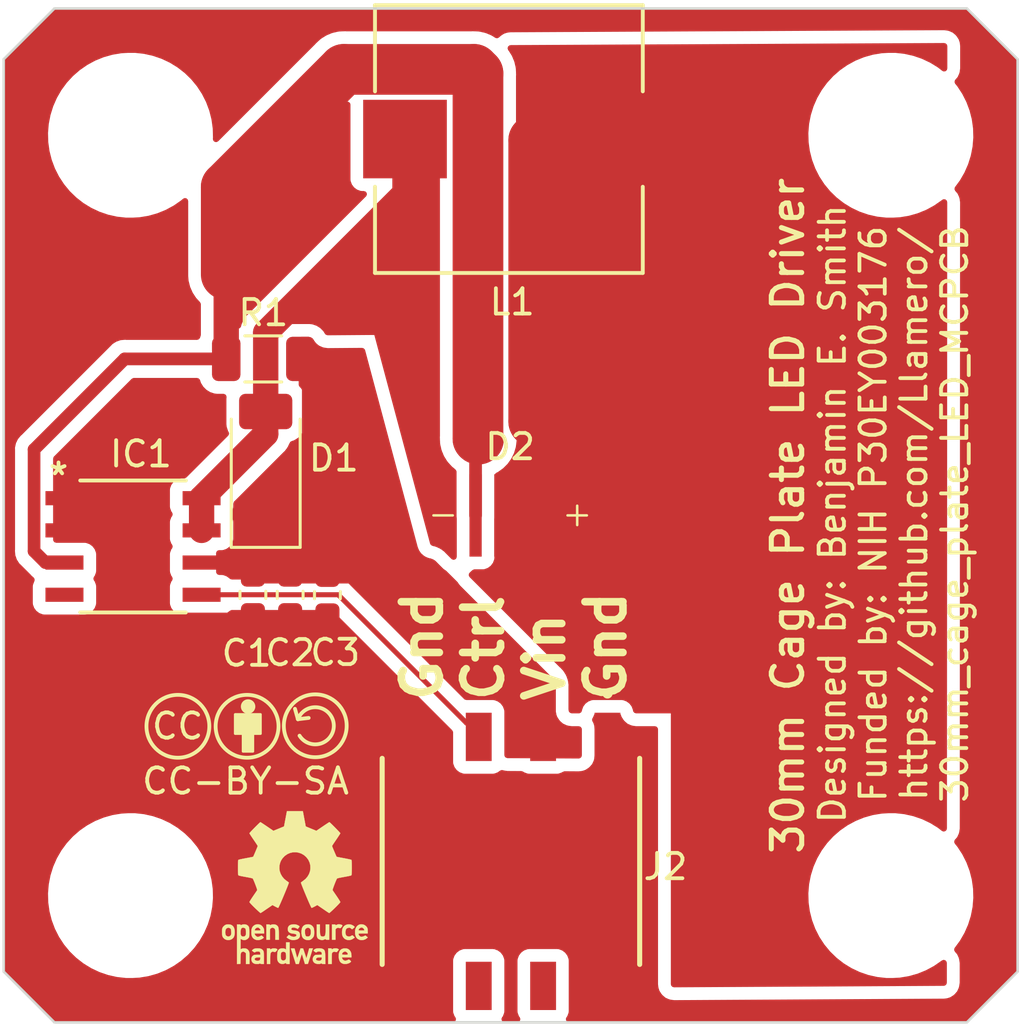
<source format=kicad_pcb>
(kicad_pcb (version 20221018) (generator pcbnew)
  (layers (0 "F.Cu" signal) (31 "B.Cu" signal) (34 "B.Paste" user) (35 "F.Paste" user) (36 "B.SilkS" user "B.Silkscreen") (37 "F.SilkS" user "F.Silkscreen") (38 "B.Mask" user) (39 "F.Mask" user) (44 "Edge.Cuts" user))
  (net 0 "")
  (net 1 "GND")
  (net 2 "/Vin")
  (net 3 "Net-(D1-A)")
  (net 4 "Net-(D2-A)")
  (net 6 "/PWM")
  (net 7 "Net-(D2-K)")
  (footprint "Resistor_SMD:R_1206_3216Metric" (layer "F.Cu") (at 110.24 73.82495)
    (fp_text reference "R1" (at 0 -1.82) (layer "F.SilkS"))
    (fp_text value "0.05")
    (fp_line (start -0.727064 -0.91) (end 0.727064 -0.91) (stroke (width 0.12)) (layer "F.SilkS"))
    (fp_line (start -0.727064 0.91) (end 0.727064 0.91) (stroke (width 0.12)) (layer "F.SilkS"))
    (pad "1" smd roundrect (at -1.4625 0) (size 1.125 1.75) (layers "F.Cu" "F.Paste" "F.Mask") (roundrect_rratio 0.222222) (net 4 "Net-(D2-A)"))
    (pad "2" smd roundrect (at 1.4625 0) (size 1.125 1.75) (layers "F.Cu" "F.Paste" "F.Mask") (roundrect_rratio 0.222222) (net 2 "/Vin"))
  )
  (footprint "Custom:6MM NPTH" (layer "F.Cu") (at 135 95)
    (fp_text reference "H4" (at 0 -0.5 unlocked) (layer "F.SilkS") (effects (font (thickness 0.1))))
    (fp_text value "MountingHole")
    (pad "" np_thru_hole circle (at 0 0) (size 6 6) (drill 6) (layers "F&B.Cu" "*.Mask"))
  )
  (footprint "Custom:SAMTEC_SSM-104-L-SH" (layer "F.Cu") (at 120.01 93.65 180)
    (fp_text reference "J2" (at -6.1 -0.21) (layer "F.SilkS"))
    (fp_text value "Conn_01x04")
    (fp_line (start -5.08 4.065) (end -5.08 -4.065) (stroke (width 0.2)) (layer "F.SilkS"))
    (fp_line (start 5.08 4.065) (end 5.08 -4.065) (stroke (width 0.2)) (layer "F.SilkS"))
    (fp_circle (center -3.81 6.625) (end -3.71 6.625) (stroke (width 0.2)) (fill none) (layer "F.SilkS"))
    (pad "1" smd rect (at -3.81 -4.9125 180) (size 1.02 1.905) (layers "F.Cu" "F.Paste" "F.Mask") (net 1 "GND"))
    (pad "1" smd rect (at -3.81 4.9125 180) (size 1.02 1.905) (layers "F.Cu" "F.Paste" "F.Mask") (net 1 "GND"))
    (pad "2" smd rect (at -1.27 -4.9125 180) (size 1.02 1.905) (layers "F.Cu" "F.Paste" "F.Mask") (net 2 "/Vin"))
    (pad "2" smd rect (at -1.27 4.9125 180) (size 1.02 1.905) (layers "F.Cu" "F.Paste" "F.Mask") (net 2 "/Vin"))
    (pad "3" smd rect (at 1.27 -4.9125 180) (size 1.02 1.905) (layers "F.Cu" "F.Paste" "F.Mask") (net 6 "/PWM"))
    (pad "3" smd rect (at 1.27 4.9125 180) (size 1.02 1.905) (layers "F.Cu" "F.Paste" "F.Mask") (net 6 "/PWM"))
    (pad "4" smd rect (at 3.81 -4.9125 180) (size 1.02 1.905) (layers "F.Cu" "F.Paste" "F.Mask") (net 1 "GND"))
    (pad "4" smd rect (at 3.81 4.9125 180) (size 1.02 1.905) (layers "F.Cu" "F.Paste" "F.Mask") (net 1 "GND"))
  )
  (footprint "Capacitor_SMD:C_0603_1608Metric" (layer "F.Cu") (at 111.3 83.135 90)
    (fp_text reference "C2" (at -2.285 0) (layer "F.SilkS"))
    (fp_text value "10μF")
    (fp_line (start -0.14058 -0.51) (end 0.14058 -0.51) (stroke (width 0.12)) (layer "F.SilkS"))
    (fp_line (start -0.14058 0.51) (end 0.14058 0.51) (stroke (width 0.12)) (layer "F.SilkS"))
    (pad "1" smd roundrect (at -0.775 0 90) (size 0.9 0.95) (layers "F.Cu" "F.Paste" "F.Mask") (net 1 "GND"))
    (pad "2" smd roundrect (at 0.775 0 90) (size 0.9 0.95) (layers "F.Cu" "F.Paste" "F.Mask") (net 2 "/Vin"))
  )
  (footprint "Capacitor_SMD:C_0603_1608Metric" (layer "F.Cu") (at 112.77 83.145 90)
    (fp_text reference "C3" (at -2.265 0.31) (layer "F.SilkS"))
    (fp_text value "10μF")
    (fp_line (start -0.14058 -0.51) (end 0.14058 -0.51) (stroke (width 0.12)) (layer "F.SilkS"))
    (fp_line (start -0.14058 0.51) (end 0.14058 0.51) (stroke (width 0.12)) (layer "F.SilkS"))
    (pad "1" smd roundrect (at -0.775 0 90) (size 0.9 0.95) (layers "F.Cu" "F.Paste" "F.Mask") (net 1 "GND"))
    (pad "2" smd roundrect (at 0.775 0 90) (size 0.9 0.95) (layers "F.Cu" "F.Paste" "F.Mask") (net 2 "/Vin"))
  )
  (footprint "Custom:CC-BY-SA Symbol" (layer "F.Cu") (at 109.73 88.07)
    (fp_text reference "REF**" hide)
    (fp_text value "CC-BY-SA Symbol" hide)
    (fp_text user "CC" (at -3.97 0.83 unlocked) (layer "F.SilkS") (effects (justify left bottom)))
    (fp_text user "CC-BY-SA" (at -4.36 3 unlocked) (layer "F.SilkS") (effects (justify left bottom)))
    (fp_line (start 1.76 -0.44) (end 1.875151 -0.02977) (stroke (width 0.15)) (layer "F.SilkS"))
    (fp_line (start 1.875151 -0.02977) (end 1.76 -0.44) (stroke (width 0.1)) (layer "F.SilkS"))
    (fp_line (start 1.875151 -0.02977) (end 2.3 -0.08) (stroke (width 0.15)) (layer "F.SilkS"))
    (fp_rect (start -0.6 -0.22) (end 0.4 0.54) (stroke (width 0.1)) (fill solid) (layer "F.SilkS"))
    (fp_rect (start -0.29 -0.18) (end 0.1 1.24) (stroke (width 0.1)) (fill solid) (layer "F.SilkS"))
    (fp_arc (start 1.875151 -0.02977) (mid 3.28884 0.157258) (end 1.940001 0.62) (stroke (width 0.15)) (layer "F.SilkS"))
    (fp_circle (center -2.86 0.25) (end -1.62 0.25) (stroke (width 0.15)) (fill none) (layer "F.SilkS"))
    (fp_circle (center -0.13 0.25) (end 1.11 0.25) (stroke (width 0.15)) (fill none) (layer "F.SilkS"))
    (fp_circle (center -0.09 -0.53) (end 0.145372 -0.53) (stroke (width 0.1)) (fill solid) (layer "F.SilkS"))
    (fp_circle (center 2.56 0.23) (end 3.8 0.23) (stroke (width 0.15)) (fill none) (layer "F.SilkS"))
  )
  (footprint "Custom:LED_SST-20-DR" (layer "F.Cu") (at 120 80 180)
    (fp_text reference "D2" (at 0.02 2.71 unlocked) (layer "F.SilkS"))
    (fp_text value "LED" hide)
    (fp_text user "-" (at 1.98 0.51 180 unlocked) (layer "F.SilkS") (effects (font (thickness 0.1)) (justify left bottom)))
    (fp_text user "+" (at -3.31 0.51 180 unlocked) (layer "F.SilkS") (effects (font (thickness 0.1)) (justify left bottom)))
    (pad "1" smd rect (at -1.3843 0 180) (size 0.4826 3.2512) (layers "F.Cu" "F.Paste" "F.Mask") (net 7 "Net-(D2-K)"))
    (pad "1" smd rect (at 0 0 180) (size 1.2954 3.2512) (layers "F.Cu" "F.Paste" "F.Mask") (net 7 "Net-(D2-K)"))
    (pad "2" smd rect (at 1.3843 0 180) (size 0.4826 3.2512) (layers "F.Cu" "F.Paste" "F.Mask") (net 4 "Net-(D2-A)"))
  )
  (footprint "Custom:6MM NPTH" (layer "F.Cu") (at 105 65)
    (fp_text reference "H1" (at 0 -0.5 unlocked) (layer "F.SilkS") (effects (font (thickness 0.1))))
    (fp_text value "MountingHole")
    (pad "" np_thru_hole circle (at 0 0) (size 6 6) (drill 6) (layers "F&B.Cu" "*.Mask"))
  )
  (footprint "Custom:SO-8EP_3P9X4P95_DIO" (layer "F.Cu") (at 105.1 81.22505)
    (fp_text reference "IC1" (at 0.31 -3.65 unlocked) (layer "F.SilkS"))
    (fp_text value "AL8843QSP-13" hide)
    (fp_text user "*" (at -2.94 -2.77) (layer "F.SilkS"))
    (fp_line (start -2.0828 2.6035) (end 2.0828 2.6035) (stroke (width 0.1524)) (layer "F.SilkS"))
    (fp_line (start 2.0828 -2.6035) (end -2.0828 -2.6035) (stroke (width 0.1524)) (layer "F.SilkS"))
    (pad "1" smd rect (at -2.7051 -1.905) (size 1.4986 0.5588) (layers "F.Cu" "F.Paste" "F.Mask") (net 1 "GND"))
    (pad "2" smd rect (at -2.7051 -0.635) (size 1.4986 0.5588) (layers "F.Cu" "F.Paste" "F.Mask") (net 1 "GND"))
    (pad "3" smd rect (at -2.7051 0.635) (size 1.4986 0.5588) (layers "F.Cu" "F.Paste" "F.Mask") (net 4 "Net-(D2-A)"))
    (pad "4" smd rect (at -2.7051 1.905) (size 1.4986 0.5588) (layers "F.Cu" "F.Paste" "F.Mask"))
    (pad "5" smd rect (at 2.7051 1.905) (size 1.4986 0.5588) (layers "F.Cu" "F.Paste" "F.Mask") (net 6 "/PWM"))
    (pad "6" smd rect (at 2.7051 0.635) (size 1.4986 0.5588) (layers "F.Cu" "F.Paste" "F.Mask") (net 2 "/Vin"))
    (pad "7" smd rect (at 2.7051 -0.635) (size 1.4986 0.5588) (layers "F.Cu" "F.Paste" "F.Mask") (net 3 "Net-(D1-A)"))
    (pad "8" smd rect (at 2.7051 -1.905) (size 1.4986 0.5588) (layers "F.Cu" "F.Paste" "F.Mask") (net 3 "Net-(D1-A)"))
    (pad "EPAD" smd rect (at 0 0) (size 2.413 3.0734) (layers "F.Cu" "F.Mask") (net 1 "GND"))
  )
  (footprint "Symbol:OSHW-Logo_5.7x6mm_SilkScreen" (layer "F.Cu") (at 111.48 94.68)
    (fp_text reference "REF**" hide)
    (fp_text value "OSHW-Logo_5.7x6mm_SilkScreen" hide)
    (fp_poly (pts (xy 1.79946 1.45803) (xy 1.842711 1.471245) (xy 1.870558 1.487941) (xy 1.879629 1.501145) (xy 1.877132 1.516797) (xy 1.860931 1.541385) (xy 1.847232 1.5588) (xy 1.818992 1.590283) (xy 1.797775 1.603529) (xy 1.779688 1.602664) (xy 1.726035 1.58901) (xy 1.68663 1.58963) (xy 1.654632 1.605104) (xy 1.64389 1.614161) (xy 1.609505 1.646027) (xy 1.609505 2.062179) (xy 1.471188 2.062179) (xy 1.471188 1.458614) (xy 1.540347 1.458614) (xy 1.581869 1.460256) (xy 1.603291 1.466087) (xy 1.609502 1.477461) (xy 1.609505 1.477798) (xy 1.612439 1.489713) (xy 1.625704 1.488159) (xy 1.644084 1.479563) (xy 1.682046 1.463568) (xy 1.712872 1.453945) (xy 1.752536 1.451478) (xy 1.79946 1.45803)) (stroke (width 0.01)) (fill solid) (layer "F.SilkS"))
    (fp_poly (pts (xy 1.635255 2.401486) (xy 1.683595 2.411015) (xy 1.711114 2.425125) (xy 1.740064 2.448568) (xy 1.698876 2.500571) (xy 1.673482 2.532064) (xy 1.656238 2.547428) (xy 1.639102 2.549776) (xy 1.614027 2.542217) (xy 1.602257 2.537941) (xy 1.55427 2.531631) (xy 1.510324 2.545156) (xy 1.47806 2.57571) (xy 1.472819 2.585452) (xy 1.467112 2.611258) (xy 1.462706 2.658817) (xy 1.459811 2.724758) (xy 1.458631 2.80571) (xy 1.458614 2.817226) (xy 1.458614 3.017822) (xy 1.320297 3.017822) (xy 1.320297 2.401683) (xy 1.389456 2.401683) (xy 1.429333 2.402725) (xy 1.450107 2.407358) (xy 1.457789 2.417849) (xy 1.458614 2.427745) (xy 1.458614 2.453806) (xy 1.491745 2.427745) (xy 1.529735 2.409965) (xy 1.58077 2.401174) (xy 1.635255 2.401486)) (stroke (width 0.01)) (fill solid) (layer "F.SilkS"))
    (fp_poly (pts (xy -0.993356 2.40302) (xy -0.974539 2.40866) (xy -0.968473 2.421053) (xy -0.968218 2.426647) (xy -0.967129 2.44223) (xy -0.959632 2.444676) (xy -0.939381 2.433993) (xy -0.927351 2.426694) (xy -0.8894 2.411063) (xy -0.844072 2.403334) (xy -0.796544 2.40274) (xy -0.751995 2.408513) (xy -0.715602 2.419884) (xy -0.692543 2.436088) (xy -0.687996 2.456355) (xy -0.690291 2.461843) (xy -0.70702 2.484626) (xy -0.732963 2.512647) (xy -0.737655 2.517177) (xy -0.762383 2.538005) (xy -0.783718 2.544735) (xy -0.813555 2.540038) (xy -0.825508 2.536917) (xy -0.862705 2.529421) (xy -0.888859 2.532792) (xy -0.910946 2.544681) (xy -0.931178 2.560635) (xy -0.946079 2.5807) (xy -0.956434 2.608702) (xy -0.963029 2.648467) (xy -0.966649 2.703823) (xy -0.968078 2.778594) (xy -0.968218 2.82374) (xy -0.968218 3.017822) (xy -1.09396 3.017822) (xy -1.09396 2.401683) (xy -1.031089 2.401683) (xy -0.993356 2.40302)) (stroke (width 0.01)) (fill solid) (layer "F.SilkS"))
    (fp_poly (pts (xy 0.993367 1.654342) (xy 0.994555 1.746563) (xy 0.998897 1.81661) (xy 1.007558 1.867381) (xy 1.021704 1.901772) (xy 1.0425 1.922679) (xy 1.07111 1.933) (xy 1.106535 1.935636) (xy 1.143636 1.932682) (xy 1.171818 1.921889) (xy 1.192243 1.90036) (xy 1.206079 1.865199) (xy 1.214491 1.81351) (xy 1.218643 1.742394) (xy 1.219703 1.654342) (xy 1.219703 1.458614) (xy 1.35802 1.458614) (xy 1.35802 2.062179) (xy 1.288862 2.062179) (xy 1.24717 2.060489) (xy 1.225701 2.054556) (xy 1.219703 2.043293) (xy 1.216091 2.033261) (xy 1.201714 2.035383) (xy 1.172736 2.04958) (xy 1.106319 2.07148) (xy 1.035875 2.069928) (xy 0.968377 2.046147) (xy 0.936233 2.027362) (xy 0.911715 2.007022) (xy 0.893804 1.981573) (xy 0.881479 1.947458) (xy 0.873723 1.901121) (xy 0.869516 1.839007) (xy 0.86784 1.757561) (xy 0.867624 1.694578) (xy 0.867624 1.458614) (xy 0.993367 1.458614) (xy 0.993367 1.654342)) (stroke (width 0.01)) (fill solid) (layer "F.SilkS"))
    (fp_poly (pts (xy -0.754012 1.469002) (xy -0.722717 1.48395) (xy -0.692409 1.505541) (xy -0.669318 1.530391) (xy -0.6525 1.562087) (xy -0.641006 1.604214) (xy -0.633891 1.660358) (xy -0.630207 1.734106) (xy -0.629008 1.829044) (xy -0.628989 1.838985) (xy -0.628713 2.062179) (xy -0.76703 2.062179) (xy -0.76703 1.856418) (xy -0.767128 1.780189) (xy -0.767809 1.724939) (xy -0.769651 1.686501) (xy -0.773233 1.660706) (xy -0.779132 1.643384) (xy -0.787927 1.630368) (xy -0.80018 1.617507) (xy -0.843047 1.589873) (xy -0.889843 1.584745) (xy -0.934424 1.602217) (xy -0.949928 1.615221) (xy -0.96131 1.627447) (xy -0.969481 1.64054) (xy -0.974974 1.658615) (xy -0.97832 1.685787) (xy -0.980051 1.72617) (xy -0.980697 1.783879) (xy -0.980792 1.854132) (xy -0.980792 2.062179) (xy -1.119109 2.062179) (xy -1.119109 1.458614) (xy -1.04995 1.458614) (xy -1.008428 1.460256) (xy -0.987006 1.466087) (xy -0.980795 1.477461) (xy -0.980792 1.477798) (xy -0.97791 1.488938) (xy -0.965199 1.487674) (xy -0.939926 1.475434) (xy -0.882605 1.457424) (xy -0.817037 1.455421) (xy -0.754012 1.469002)) (stroke (width 0.01)) (fill solid) (layer "F.SilkS"))
    (fp_poly (pts (xy 2.217226 1.46388) (xy 2.29008 1.49483) (xy 2.313027 1.509895) (xy 2.342354 1.533048) (xy 2.360764 1.551253) (xy 2.363961 1.557183) (xy 2.354935 1.57034) (xy 2.331837 1.592667) (xy 2.313344 1.60825) (xy 2.262728 1.648926) (xy 2.22276 1.615295) (xy 2.191874 1.593584) (xy 2.161759 1.58609) (xy 2.127292 1.58792) (xy 2.072561 1.601528) (xy 2.034886 1.629772) (xy 2.011991 1.675433) (xy 2.001597 1.741289) (xy 2.001595 1.741331) (xy 2.002494 1.814939) (xy 2.016463 1.868946) (xy 2.044328 1.905716) (xy 2.063325 1.918168) (xy 2.113776 1.933673) (xy 2.167663 1.933683) (xy 2.214546 1.918638) (xy 2.225644 1.911287) (xy 2.253476 1.892511) (xy 2.275236 1.889434) (xy 2.298704 1.903409) (xy 2.324649 1.92851) (xy 2.365716 1.97088) (xy 2.320121 2.008464) (xy 2.249674 2.050882) (xy 2.170233 2.071785) (xy 2.087215 2.070272) (xy 2.032694 2.056411) (xy 1.96897 2.022135) (xy 1.918005 1.968212) (xy 1.894851 1.930149) (xy 1.876099 1.875536) (xy 1.866715 1.806369) (xy 1.866643 1.731407) (xy 1.875824 1.659409) (xy 1.894199 1.599137) (xy 1.897093 1.592958) (xy 1.939952 1.532351) (xy 1.997979 1.488224) (xy 2.066591 1.461493) (xy 2.141201 1.453073) (xy 2.217226 1.46388)) (stroke (width 0.01)) (fill solid) (layer "F.SilkS"))
    (fp_poly (pts (xy 0.610762 1.466055) (xy 0.674363 1.500692) (xy 0.724123 1.555372) (xy 0.747568 1.599842) (xy 0.757634 1.639121) (xy 0.764156 1.695116) (xy 0.766951 1.759621) (xy 0.765836 1.824429) (xy 0.760626 1.881334) (xy 0.754541 1.911727) (xy 0.734014 1.953306) (xy 0.698463 1.997468) (xy 0.655619 2.036087) (xy 0.613211 2.061034) (xy 0.612177 2.06143) (xy 0.559553 2.072331) (xy 0.497188 2.072601) (xy 0.437924 2.062676) (xy 0.41504 2.054722) (xy 0.356102 2.0213) (xy 0.31389 1.977511) (xy 0.286156 1.919538) (xy 0.270651 1.843565) (xy 0.267143 1.803771) (xy 0.26759 1.753766) (xy 0.402376 1.753766) (xy 0.406917 1.826732) (xy 0.419986 1.882334) (xy 0.440756 1.917861) (xy 0.455552 1.92802) (xy 0.493464 1.935104) (xy 0.538527 1.933007) (xy 0.577487 1.922812) (xy 0.587704 1.917204) (xy 0.614659 1.884538) (xy 0.632451 1.834545) (xy 0.640024 1.773705) (xy 0.636325 1.708497) (xy 0.628057 1.669253) (xy 0.60432 1.623805) (xy 0.566849 1.595396) (xy 0.52172 1.585573) (xy 0.475011 1.595887) (xy 0.439132 1.621112) (xy 0.420277 1.641925) (xy 0.409272 1.662439) (xy 0.404026 1.690203) (xy 0.402449 1.732762) (xy 0.402376 1.753766) (xy 0.26759 1.753766) (xy 0.268094 1.69758) (xy 0.285388 1.610501) (xy 0.319029 1.54253) (xy 0.369018 1.493664) (xy 0.435356 1.463899) (xy 0.449601 1.460448) (xy 0.53521 1.452345) (xy 0.610762 1.466055)) (stroke (width 0.01)) (fill solid) (layer "F.SilkS"))
    (fp_poly (pts (xy 0.281524 2.404237) (xy 0.331255 2.407971) (xy 0.461291 2.797773) (xy 0.481678 2.728614) (xy 0.493946 2.685874) (xy 0.510085 2.628115) (xy 0.527512 2.564625) (xy 0.536726 2.53057) (xy 0.571388 2.401683) (xy 0.714391 2.401683) (xy 0.671646 2.536857) (xy 0.650596 2.603342) (xy 0.625167 2.683539) (xy 0.59861 2.767193) (xy 0.574902 2.841782) (xy 0.520902 3.011535) (xy 0.462598 3.015328) (xy 0.404295 3.019122) (xy 0.372679 2.914734) (xy 0.353182 2.849889) (xy 0.331904 2.7784) (xy 0.313308 2.715263) (xy 0.312574 2.71275) (xy 0.298684 2.669969) (xy 0.286429 2.640779) (xy 0.277846 2.629741) (xy 0.276082 2.631018) (xy 0.269891 2.64813) (xy 0.258128 2.684787) (xy 0.242225 2.736378) (xy 0.223614 2.798294) (xy 0.213543 2.832352) (xy 0.159007 3.017822) (xy 0.043264 3.017822) (xy -0.049263 2.725471) (xy -0.075256 2.643462) (xy -0.098934 2.568987) (xy -0.11918 2.505544) (xy -0.134874 2.456632) (xy -0.144898 2.425749) (xy -0.147945 2.416726) (xy -0.145533 2.407487) (xy -0.126592 2.403441) (xy -0.087177 2.403846) (xy -0.081007 2.404152) (xy -0.007914 2.407971) (xy 0.039957 2.58401) (xy 0.057553 2.648211) (xy 0.073277 2.704649) (xy 0.085746 2.748422) (xy 0.093574 2.77463) (xy 0.09502 2.778903) (xy 0.101014 2.77399) (xy 0.113101 2.748532) (xy 0.129893 2.705997) (xy 0.150003 2.64985) (xy 0.167003 2.59913) (xy 0.231794 2.400504) (xy 0.281524 2.404237)) (stroke (width 0.01)) (fill solid) (layer "F.SilkS"))
    (fp_poly (pts (xy -2.538261 1.465148) (xy -2.472479 1.494231) (xy -2.42254 1.542793) (xy -2.388374 1.610908) (xy -2.369907 1.698651) (xy -2.368583 1.712351) (xy -2.367546 1.808939) (xy -2.380993 1.893602) (xy -2.408108 1.962221) (xy -2.422627 1.984294) (xy -2.473201 2.031011) (xy -2.537609 2.061268) (xy -2.609666 2.073824) (xy -2.683185 2.067439) (xy -2.739072 2.047772) (xy -2.787132 2.014629) (xy -2.826412 1.971175) (xy -2.827092 1.970158) (xy -2.843044 1.943338) (xy -2.85341 1.916368) (xy -2.859688 1.882332) (xy -2.863373 1.83431) (xy -2.864997 1.794931) (xy -2.865672 1.759219) (xy -2.739955 1.759219) (xy -2.738726 1.79477) (xy -2.734266 1.842094) (xy -2.726397 1.872465) (xy -2.712207 1.894072) (xy -2.698917 1.906694) (xy -2.651802 1.933122) (xy -2.602505 1.936653) (xy -2.556593 1.917639) (xy -2.533638 1.896331) (xy -2.517096 1.874859) (xy -2.507421 1.854313) (xy -2.503174 1.827574) (xy -2.50292 1.787523) (xy -2.504228 1.750638) (xy -2.507043 1.697947) (xy -2.511505 1.663772) (xy -2.519548 1.64148) (xy -2.533103 1.624442) (xy -2.543845 1.614703) (xy -2.588777 1.589123) (xy -2.637249 1.587847) (xy -2.677894 1.602999) (xy -2.712567 1.634642) (xy -2.733224 1.68662) (xy -2.739955 1.759219) (xy -2.865672 1.759219) (xy -2.866479 1.716621) (xy -2.863948 1.658056) (xy -2.856362 1.614007) (xy -2.842681 1.579248) (xy -2.821865 1.548551) (xy -2.814147 1.539436) (xy -2.765889 1.494021) (xy -2.714128 1.467493) (xy -2.650828 1.456379) (xy -2.619961 1.455471) (xy -2.538261 1.465148)) (stroke (width 0.01)) (fill solid) (layer "F.SilkS"))
    (fp_poly (pts (xy -0.201188 3.017822) (xy -0.270346 3.017822) (xy -0.310488 3.016645) (xy -0.331394 3.011772) (xy -0.338922 3.001186) (xy -0.339505 2.994029) (xy -0.340774 2.979676) (xy -0.348779 2.976923) (xy -0.369815 2.985771) (xy -0.386173 2.994029) (xy -0.448977 3.013597) (xy -0.517248 3.014729) (xy -0.572752 3.000135) (xy -0.624438 2.964877) (xy -0.663838 2.912835) (xy -0.685413 2.85145) (xy -0.685962 2.848018) (xy -0.689167 2.810571) (xy -0.690761 2.756813) (xy -0.690633 2.716155) (xy -0.553279 2.716155) (xy -0.550097 2.770194) (xy -0.542859 2.814735) (xy -0.53306 2.839888) (xy -0.495989 2.87426) (xy -0.451974 2.886582) (xy -0.406584 2.876618) (xy -0.367797 2.846895) (xy -0.353108 2.826905) (xy -0.344519 2.80305) (xy -0.340496 2.76823) (xy -0.339505 2.71593) (xy -0.341278 2.664139) (xy -0.345963 2.618634) (xy -0.352603 2.588181) (xy -0.35371 2.585452) (xy -0.380491 2.553) (xy -0.419579 2.535183) (xy -0.463315 2.532306) (xy -0.504038 2.544674) (xy -0.534087 2.572593) (xy -0.537204 2.578148) (xy -0.546961 2.612022) (xy -0.552277 2.660728) (xy -0.553279 2.716155) (xy -0.690633 2.716155) (xy -0.690568 2.69554) (xy -0.689664 2.662563) (xy -0.683514 2.580981) (xy -0.670733 2.51973) (xy -0.649471 2.474449) (xy -0.617878 2.440779) (xy -0.587207 2.421014) (xy -0.544354 2.40712) (xy -0.491056 2.402354) (xy -0.43648 2.406236) (xy -0.389792 2.418282) (xy -0.365124 2.432693) (xy -0.339505 2.455878) (xy -0.339505 2.162773) (xy -0.201188 2.162773) (xy -0.201188 3.017822)) (stroke (width 0.01)) (fill solid) (layer "F.SilkS"))
    (fp_poly (pts (xy 2.677898 1.456457) (xy 2.710096 1.464279) (xy 2.771825 1.492921) (xy 2.82461 1.536667) (xy 2.861141 1.589117) (xy 2.86616 1.600893) (xy 2.873045 1.63174) (xy 2.877864 1.677371) (xy 2.879505 1.723492) (xy 2.879505 1.810693) (xy 2.697178 1.810693) (xy 2.621979 1.810978) (xy 2.569003 1.812704) (xy 2.535325 1.817181) (xy 2.51802 1.82572) (xy 2.514163 1.83963) (xy 2.520829 1.860222) (xy 2.53277 1.884315) (xy 2.56608 1.924525) (xy 2.612368 1.944558) (xy 2.668944 1.943905) (xy 2.733031 1.922101) (xy 2.788417 1.895193) (xy 2.834375 1.931532) (xy 2.880333 1.967872) (xy 2.837096 2.007819) (xy 2.779374 2.045563) (xy 2.708386 2.06832) (xy 2.632029 2.074688) (xy 2.558199 2.063268) (xy 2.546287 2.059393) (xy 2.481399 2.025506) (xy 2.43313 1.974986) (xy 2.400465 1.906325) (xy 2.382385 1.818014) (xy 2.382175 1.816121) (xy 2.380556 1.719878) (xy 2.3871 1.685542) (xy 2.514852 1.685542) (xy 2.526584 1.690822) (xy 2.558438 1.694867) (xy 2.605397 1.697176) (xy 2.635154 1.697525) (xy 2.690648 1.697306) (xy 2.725346 1.695916) (xy 2.743601 1.692251) (xy 2.749766 1.68521) (xy 2.748195 1.67369) (xy 2.746878 1.669233) (xy 2.724382 1.627355) (xy 2.689003 1.593604) (xy 2.65778 1.578773) (xy 2.616301 1.579668) (xy 2.574269 1.598164) (xy 2.539012 1.628786) (xy 2.517854 1.666062) (xy 2.514852 1.685542) (xy 2.3871 1.685542) (xy 2.39669 1.635229) (xy 2.428698 1.564191) (xy 2.474701 1.508779) (xy 2.532821 1.471009) (xy 2.60118 1.452896) (xy 2.677898 1.456457)) (stroke (width 0.01)) (fill solid) (layer "F.SilkS"))
    (fp_poly (pts (xy 0.014017 1.456452) (xy 0.061634 1.465482) (xy 0.111034 1.48437) (xy 0.116312 1.486777) (xy 0.153774 1.506476) (xy 0.179717 1.524781) (xy 0.188103 1.536508) (xy 0.180117 1.555632) (xy 0.16072 1.58385) (xy 0.15211 1.594384) (xy 0.116628 1.635847) (xy 0.070885 1.608858) (xy 0.02735 1.590878) (xy -0.02295 1.581267) (xy -0.071188 1.58066) (xy -0.108533 1.589691) (xy -0.117495 1.595327) (xy -0.134563 1.621171) (xy -0.136637 1.650941) (xy -0.123866 1.674197) (xy -0.116312 1.678708) (xy -0.093675 1.684309) (xy -0.053885 1.690892) (xy -0.004834 1.697183) (xy 0.004215 1.69817) (xy 0.082996 1.711798) (xy 0.140136 1.734946) (xy 0.17803 1.769752) (xy 0.199079 1.818354) (xy 0.205635 1.877718) (xy 0.196577 1.945198) (xy 0.167164 1.998188) (xy 0.117278 2.036783) (xy 0.0468 2.061081) (xy -0.031435 2.070667) (xy -0.095234 2.070552) (xy -0.146984 2.061845) (xy -0.182327 2.049825) (xy -0.226983 2.02888) (xy -0.268253 2.004574) (xy -0.282921 1.993876) (xy -0.320643 1.963084) (xy -0.275148 1.917049) (xy -0.229653 1.871013) (xy -0.177928 1.905243) (xy -0.126048 1.930952) (xy -0.070649 1.944399) (xy -0.017395 1.945818) (xy 0.028049 1.935443) (xy 0.060016 1.913507) (xy 0.070338 1.894998) (xy 0.068789 1.865314) (xy 0.04314 1.842615) (xy -0.00654 1.82694) (xy -0.060969 1.819695) (xy -0.144736 1.805873) (xy -0.206967 1.779796) (xy -0.248493 1.740699) (xy -0.270147 1.68782) (xy -0.273147 1.625126) (xy -0.258329 1.559642) (xy -0.224546 1.510144) (xy -0.171495 1.476408) (xy -0.098874 1.458207) (xy -0.045072 1.454639) (xy 0.014017 1.456452)) (stroke (width 0.01)) (fill solid) (layer "F.SilkS"))
    (fp_poly (pts (xy 2.032581 2.40497) (xy 2.092685 2.420597) (xy 2.143021 2.452848) (xy 2.167393 2.47694) (xy 2.207345 2.533895) (xy 2.230242 2.599965) (xy 2.238108 2.681182) (xy 2.238148 2.687748) (xy 2.238218 2.753763) (xy 1.858264 2.753763) (xy 1.866363 2.788342) (xy 1.880987 2.819659) (xy 1.906581 2.852291) (xy 1.911935 2.8575) (xy 1.957943 2.885694) (xy 2.01041 2.890475) (xy 2.070803 2.871926) (xy 2.08104 2.866931) (xy 2.112439 2.851745) (xy 2.13347 2.843094) (xy 2.137139 2.842293) (xy 2.149948 2.850063) (xy 2.174378 2.869072) (xy 2.186779 2.87946) (xy 2.212476 2.903321) (xy 2.220915 2.919077) (xy 2.215058 2.933571) (xy 2.211928 2.937534) (xy 2.190725 2.954879) (xy 2.155738 2.975959) (xy 2.131337 2.988265) (xy 2.062072 3.009946) (xy 1.985388 3.016971) (xy 1.912765 3.008647) (xy 1.892426 3.002686) (xy 1.829476 2.968952) (xy 1.782815 2.917045) (xy 1.752173 2.846459) (xy 1.737282 2.756692) (xy 1.735647 2.709753) (xy 1.740421 2.641413) (xy 1.86099 2.641413) (xy 1.872652 2.646465) (xy 1.903998 2.650429) (xy 1.949571 2.652768) (xy 1.980446 2.653169) (xy 2.035981 2.652783) (xy 2.071033 2.650975) (xy 2.090262 2.646773) (xy 2.09833 2.639203) (xy 2.099901 2.628218) (xy 2.089121 2.594381) (xy 2.06198 2.56094) (xy 2.026277 2.535272) (xy 1.99056 2.524772) (xy 1.942048 2.534086) (xy 1.900053 2.561013) (xy 1.870936 2.599827) (xy 1.86099 2.641413) (xy 1.740421 2.641413) (xy 1.742599 2.610236) (xy 1.764055 2.530949) (xy 1.80047 2.471263) (xy 1.852297 2.430549) (xy 1.91999 2.408179) (xy 1.956662 2.403871) (xy 2.032581 2.40497)) (stroke (width 0.01)) (fill solid) (layer "F.SilkS"))
    (fp_poly (pts (xy -1.356699 1.472614) (xy -1.344168 1.478514) (xy -1.300799 1.510283) (xy -1.25979 1.556646) (xy -1.229168 1.607696) (xy -1.220459 1.631166) (xy -1.212512 1.673091) (xy -1.207774 1.723757) (xy -1.207199 1.744679) (xy -1.207129 1.810693) (xy -1.587083 1.810693) (xy -1.578983 1.845273) (xy -1.559104 1.88617) (xy -1.524347 1.921514) (xy -1.482998 1.944282) (xy -1.456649 1.94901) (xy -1.420916 1.943273) (xy -1.378282 1.928882) (xy -1.363799 1.922262) (xy -1.31024 1.895513) (xy -1.264533 1.930376) (xy -1.238158 1.953955) (xy -1.224124 1.973417) (xy -1.223414 1.979129) (xy -1.235951 1.992973) (xy -1.263428 2.014012) (xy -1.288366 2.030425) (xy -1.355664 2.05993) (xy -1.43111 2.073284) (xy -1.505888 2.069812) (xy -1.565495 2.051663) (xy -1.626941 2.012784) (xy -1.670608 1.961595) (xy -1.697926 1.895367) (xy -1.710322 1.811371) (xy -1.711421 1.772936) (xy -1.707022 1.684861) (xy -1.706482 1.682299) (xy -1.580582 1.682299) (xy -1.577115 1.690558) (xy -1.562863 1.695113) (xy -1.53347 1.697065) (xy -1.484575 1.697517) (xy -1.465748 1.697525) (xy -1.408467 1.696843) (xy -1.372141 1.694364) (xy -1.352604 1.689443) (xy -1.34569 1.681434) (xy -1.345445 1.678862) (xy -1.353336 1.658423) (xy -1.373085 1.629789) (xy -1.381575 1.619763) (xy -1.413094 1.591408) (xy -1.445949 1.580259) (xy -1.463651 1.579327) (xy -1.511539 1.590981) (xy -1.551699 1.622285) (xy -1.577173 1.667752) (xy -1.577625 1.669233) (xy -1.580582 1.682299) (xy -1.706482 1.682299) (xy -1.692392 1.61551) (xy -1.666038 1.560025) (xy -1.633807 1.520639) (xy -1.574217 1.477931) (xy -1.504168 1.455109) (xy -1.429661 1.453046) (xy -1.356699 1.472614)) (stroke (width 0.01)) (fill solid) (layer "F.SilkS"))
    (fp_poly (pts (xy 1.038411 2.405417) (xy 1.091411 2.41829) (xy 1.106731 2.42511) (xy 1.136428 2.442974) (xy 1.15922 2.463093) (xy 1.176083 2.488962) (xy 1.187998 2.524073) (xy 1.195942 2.57192) (xy 1.200894 2.635996) (xy 1.203831 2.719794) (xy 1.204947 2.775768) (xy 1.209052 3.017822) (xy 1.138932 3.017822) (xy 1.096393 3.016038) (xy 1.074476 3.009942) (xy 1.068812 2.999706) (xy 1.065821 2.988637) (xy 1.052451 2.990754) (xy 1.034233 2.999629) (xy 0.988624 3.013233) (xy 0.930007 3.016899) (xy 0.868354 3.010903) (xy 0.813638 2.995521) (xy 0.80873 2.993386) (xy 0.758723 2.958255) (xy 0.725756 2.909419) (xy 0.710587 2.852333) (xy 0.711746 2.831824) (xy 0.835508 2.831824) (xy 0.846413 2.859425) (xy 0.878745 2.879204) (xy 0.93091 2.889819) (xy 0.958787 2.891228) (xy 1.005247 2.88762) (xy 1.036129 2.873597) (xy 1.043664 2.866931) (xy 1.064076 2.830666) (xy 1.068812 2.797773) (xy 1.068812 2.753763) (xy 1.007513 2.753763) (xy 0.936256 2.757395) (xy 0.886276 2.768818) (xy 0.854696 2.788824) (xy 0.847626 2.797743) (xy 0.835508 2.831824) (xy 0.711746 2.831824) (xy 0.713971 2.792456) (xy 0.736663 2.735244) (xy 0.767624 2.69658) (xy 0.786376 2.679864) (xy 0.804733 2.668878) (xy 0.828619 2.66218) (xy 0.863957 2.658326) (xy 0.916669 2.655873) (xy 0.937577 2.655168) (xy 1.068812 2.650879) (xy 1.06862 2.611158) (xy 1.063537 2.569405) (xy 1.045162 2.544158) (xy 1.008039 2.52803) (xy 1.007043 2.527742) (xy 0.95441 2.5214) (xy 0.902906 2.529684) (xy 0.86463 2.549827) (xy 0.849272 2.559773) (xy 0.83273 2.558397) (xy 0.807275 2.543987) (xy 0.792328 2.533817) (xy 0.763091 2.512088) (xy 0.74498 2.4958) (xy 0.742074 2.491137) (xy 0.75404 2.467005) (xy 0.789396 2.438185) (xy 0.804753 2.428461) (xy 0.848901 2.411714) (xy 0.908398 2.402227) (xy 0.974487 2.400095) (xy 1.038411 2.405417)) (stroke (width 0.01)) (fill solid) (layer "F.SilkS"))
    (fp_poly (pts (xy -1.38421 2.406555) (xy -1.325055 2.422339) (xy -1.280023 2.450948) (xy -1.248246 2.488419) (xy -1.238366 2.504411) (xy -1.231073 2.521163) (xy -1.225974 2.542592) (xy -1.222679 2.572616) (xy -1.220797 2.615154) (xy -1.219937 2.674122) (xy -1.219707 2.75344) (xy -1.219703 2.774484) (xy -1.219703 3.017822) (xy -1.280059 3.017822) (xy -1.318557 3.015126) (xy -1.347023 3.008295) (xy -1.354155 3.004083) (xy -1.373652 2.996813) (xy -1.393566 3.004083) (xy -1.426353 3.01316) (xy -1.473978 3.016813) (xy -1.526764 3.015228) (xy -1.575036 3.008589) (xy -1.603218 3.000072) (xy -1.657753 2.965063) (xy -1.691835 2.916479) (xy -1.707157 2.851882) (xy -1.707299 2.850223) (xy -1.705955 2.821566) (xy -1.584356 2.821566) (xy -1.573726 2.854161) (xy -1.55641 2.872505) (xy -1.521652 2.886379) (xy -1.475773 2.891917) (xy -1.428988 2.889191) (xy -1.391514 2.878274) (xy -1.381015 2.871269) (xy -1.362668 2.838904) (xy -1.35802 2.802111) (xy -1.35802 2.753763) (xy -1.427582 2.753763) (xy -1.493667 2.75885) (xy -1.543764 2.773263) (xy -1.574929 2.795729) (xy -1.584356 2.821566) (xy -1.705955 2.821566) (xy -1.703987 2.779647) (xy -1.68071 2.723845) (xy -1.636948 2.681647) (xy -1.630899 2.677808) (xy -1.604907 2.665309) (xy -1.572735 2.65774) (xy -1.52776 2.654061) (xy -1.474331 2.653216) (xy -1.35802 2.653169) (xy -1.35802 2.604411) (xy -1.362953 2.566581) (xy -1.375543 2.541236) (xy -1.377017 2.539887) (xy -1.405034 2.5288) (xy -1.447326 2.524503) (xy -1.494064 2.526615) (xy -1.535418 2.534756) (xy -1.559957 2.546965) (xy -1.573253 2.556746) (xy -1.587294 2.558613) (xy -1.606671 2.5506) (xy -1.635976 2.530739) (xy -1.679803 2.497063) (xy -1.683825 2.493909) (xy -1.681764 2.482236) (xy -1.664568 2.462822) (xy -1.638433 2.441248) (xy -1.609552 2.423096) (xy -1.600478 2.418809) (xy -1.56738 2.410256) (xy -1.51888 2.404155) (xy -1.464695 2.401708) (xy -1.462161 2.401703) (xy -1.38421 2.406555)) (stroke (width 0.01)) (fill solid) (layer "F.SilkS"))
    (fp_poly (pts (xy -1.908759 1.469184) (xy -1.882247 1.482282) (xy -1.849553 1.505106) (xy -1.825725 1.529996) (xy -1.809406 1.561249) (xy -1.79924 1.603166) (xy -1.793872 1.660044) (xy -1.791944 1.736184) (xy -1.791831 1.768917) (xy -1.792161 1.840656) (xy -1.793527 1.891927) (xy -1.7965 1.927404) (xy -1.801649 1.951763) (xy -1.809543 1.96968) (xy -1.817757 1.981902) (xy -1.870187 2.033905) (xy -1.93193 2.065184) (xy -1.998536 2.074592) (xy -2.065558 2.06098) (xy -2.086792 2.051354) (xy -2.137624 2.024859) (xy -2.137624 2.440052) (xy -2.100525 2.420868) (xy -2.051643 2.406025) (xy -1.991561 2.402222) (xy -1.931564 2.409243) (xy -1.886256 2.425013) (xy -1.848675 2.455047) (xy -1.816564 2.498024) (xy -1.81415 2.502436) (xy -1.803967 2.523221) (xy -1.79653 2.54417) (xy -1.791411 2.569548) (xy -1.788181 2.603618) (xy -1.786413 2.650641) (xy -1.785677 2.714882) (xy -1.785544 2.787176) (xy -1.785544 3.017822) (xy -1.923861 3.017822) (xy -1.923861 2.592533) (xy -1.962549 2.559979) (xy -2.002738 2.53394) (xy -2.040797 2.529205) (xy -2.079066 2.541389) (xy -2.099462 2.55332) (xy -2.114642 2.570313) (xy -2.125438 2.595995) (xy -2.132683 2.633991) (xy -2.137208 2.687926) (xy -2.139844 2.761425) (xy -2.140772 2.810347) (xy -2.143911 3.011535) (xy -2.209926 3.015336) (xy -2.27594 3.019136) (xy -2.27594 1.77065) (xy -2.137624 1.77065) (xy -2.134097 1.840254) (xy -2.122215 1.888569) (xy -2.10002 1.918631) (xy -2.065559 1.933471) (xy -2.030742 1.936436) (xy -1.991329 1.933028) (xy -1.965171 1.919617) (xy -1.948814 1.901896) (xy -1.935937 1.882835) (xy -1.928272 1.861601) (xy -1.924861 1.831849) (xy -1.924749 1.787236) (xy -1.925897 1.74988) (xy -1.928532 1.693604) (xy -1.932456 1.656658) (xy -1.939063 1.633223) (xy -1.949749 1.61748) (xy -1.959833 1.60838) (xy -2.00197 1.588537) (xy -2.05184 1.585332) (xy -2.080476 1.592168) (xy -2.108828 1.616464) (xy -2.127609 1.663728) (xy -2.136712 1.733624) (xy -2.137624 1.77065) (xy -2.27594 1.77065) (xy -2.27594 1.458614) (xy -2.206782 1.458614) (xy -2.16526 1.460256) (xy -2.143838 1.466087) (xy -2.137626 1.477461) (xy -2.137624 1.477798) (xy -2.134742 1.488938) (xy -2.12203 1.487673) (xy -2.096757 1.475433) (xy -2.037869 1.456707) (xy -1.971615 1.454739) (xy -1.908759 1.469184)) (stroke (width 0.01)) (fill solid) (layer "F.SilkS"))
    (fp_poly (pts (xy 0.376964 -2.709982) (xy 0.433812 -2.40843) (xy 0.853338 -2.235488) (xy 1.104984 -2.406605) (xy 1.175458 -2.45425) (xy 1.239163 -2.49679) (xy 1.293126 -2.532285) (xy 1.334373 -2.55879) (xy 1.359934 -2.574364) (xy 1.366895 -2.577722) (xy 1.379435 -2.569086) (xy 1.406231 -2.545208) (xy 1.44428 -2.509141) (xy 1.490579 -2.463933) (xy 1.542123 -2.412636) (xy 1.595909 -2.358299) (xy 1.648935 -2.303972) (xy 1.698195 -2.252705) (xy 1.740687 -2.207549) (xy 1.773407 -2.171554) (xy 1.793351 -2.14777) (xy 1.798119 -2.13981) (xy 1.791257 -2.125135) (xy 1.77202 -2.092986) (xy 1.74243 -2.046508) (xy 1.70451 -1.988844) (xy 1.660282 -1.92314) (xy 1.634654 -1.885664) (xy 1.587941 -1.817232) (xy 1.546432 -1.75548) (xy 1.51214 -1.703481) (xy 1.48708 -1.664308) (xy 1.473264 -1.641035) (xy 1.471188 -1.636145) (xy 1.475895 -1.622245) (xy 1.488723 -1.58985) (xy 1.507738 -1.543515) (xy 1.531003 -1.487794) (xy 1.556584 -1.427242) (xy 1.582545 -1.366414) (xy 1.60695 -1.309864) (xy 1.627863 -1.262148) (xy 1.643349 -1.227819) (xy 1.651472 -1.211432) (xy 1.651952 -1.210788) (xy 1.664707 -1.207659) (xy 1.698677 -1.200679) (xy 1.75034 -1.190533) (xy 1.816176 -1.177908) (xy 1.892664 -1.163491) (xy 1.93729 -1.155177) (xy 2.019021 -1.139616) (xy 2.092843 -1.124808) (xy 2.155021 -1.111564) (xy 2.201822 -1.100695) (xy 2.229509 -1.093011) (xy 2.235074 -1.090573) (xy 2.240526 -1.07407) (xy 2.244924 -1.0368) (xy 2.248272 -0.98312) (xy 2.250574 -0.917388) (xy 2.251832 -0.843963) (xy 2.252048 -0.767204) (xy 2.251227 -0.691468) (xy 2.249371 -0.621114) (xy 2.246482 -0.5605) (xy 2.242565 -0.513984) (xy 2.237622 -0.485925) (xy 2.234657 -0.480084) (xy 2.216934 -0.473083) (xy 2.179381 -0.463073) (xy 2.126964 -0.451231) (xy 2.064652 -0.438733) (xy 2.0429 -0.43469) (xy 1.938024 -0.41548) (xy 1.85518 -0.400009) (xy 1.79163 -0.387663) (xy 1.744637 -0.377827) (xy 1.711463 -0.369886) (xy 1.689371 -0.363224) (xy 1.675624 -0.357227) (xy 1.667484 -0.351281) (xy 1.666345 -0.350106) (xy 1.654977 -0.331174) (xy 1.637635 -0.294331) (xy 1.61605 -0.244087) (xy 1.591954 -0.184954) (xy 1.567079 -0.121444) (xy 1.543157 -0.058068) (xy 1.521919 0.000662) (xy 1.505097 0.050235) (xy 1.494422 0.086139) (xy 1.491627 0.103862) (xy 1.49186 0.104483) (xy 1.501331 0.11897) (xy 1.522818 0.150844) (xy 1.554063 0.196789) (xy 1.592807 0.253485) (xy 1.636793 0.317617) (xy 1.649319 0.335842) (xy 1.693984 0.401914) (xy 1.733288 0.4622) (xy 1.765088 0.513235) (xy 1.787245 0.55156) (xy 1.797617 0.573711) (xy 1.798119 0.576432) (xy 1.789405 0.590736) (xy 1.765325 0.619072) (xy 1.728976 0.658396) (xy 1.683453 0.705661) (xy 1.631852 0.757823) (xy 1.577267 0.811835) (xy 1.522794 0.864653) (xy 1.471529 0.913231) (xy 1.426567 0.954523) (xy 1.391004 0.985485) (xy 1.367935 1.00307) (xy 1.361554 1.005941) (xy 1.346699 0.999178) (xy 1.316286 0.980939) (xy 1.275268 0.954297) (xy 1.243709 0.932852) (xy 1.186525 0.893503) (xy 1.118806 0.847171) (xy 1.05088 0.800913) (xy 1.014361 0.776155) (xy 0.890752 0.692547) (xy 0.786991 0.74865) (xy 0.73972 0.773228) (xy 0.699523 0.792331) (xy 0.672326 0.803227) (xy 0.665402 0.804743) (xy 0.657077 0.793549) (xy 0.640654 0.761917) (xy 0.617357 0.712765) (xy 0.588414 0.64901) (xy 0.55505 0.573571) (xy 0.518491 0.489364) (xy 0.479964 0.399308) (xy 0.440694 0.306321) (xy 0.401908 0.21332) (xy 0.36483 0.123223) (xy 0.330689 0.038948) (xy 0.300708 -0.036587) (xy 0.276116 -0.100466) (xy 0.258136 -0.149769) (xy 0.247997 -0.181579) (xy 0.246366 -0.192504) (xy 0.259291 -0.206439) (xy 0.287589 -0.22906) (xy 0.325346 -0.255667) (xy 0.328515 -0.257772) (xy 0.4261 -0.335886) (xy 0.504786 -0.427018) (xy 0.563891 -0.528255) (xy 0.602732 -0.636682) (xy 0.620628 -0.749386) (xy 0.616897 -0.863452) (xy 0.590857 -0.975966) (xy 0.541825 -1.084015) (xy 0.5274 -1.107655) (xy 0.452369 -1.203113) (xy 0.36373 -1.279768) (xy 0.264549 -1.33722) (xy 0.157895 -1.375071) (xy 0.046836 -1.392922) (xy -0.065561 -1.390375) (xy -0.176227 -1.36703) (xy -0.282094 -1.32249) (xy -0.380095 -1.256355) (xy -0.41041 -1.229513) (xy -0.487562 -1.145488) (xy -0.543782 -1.057034) (xy -0.582347 -0.957885) (xy -0.603826 -0.859697) (xy -0.609128 -0.749303) (xy -0.591448 -0.63836) (xy -0.552581 -0.530619) (xy -0.494323 -0.429831) (xy -0.418469 -0.339744) (xy -0.326817 -0.264108) (xy -0.314772 -0.256136) (xy -0.276611 -0.230026) (xy -0.247601 -0.207405) (xy -0.233732 -0.192961) (xy -0.233531 -0.192504) (xy -0.236508 -0.176879) (xy -0.248311 -0.141418) (xy -0.267714 -0.089038) (xy -0.293488 -0.022655) (xy -0.324409 0.054814) (xy -0.359249 0.14045) (xy -0.396783 0.231337) (xy -0.435783 0.324559) (xy -0.475023 0.417197) (xy -0.513276 0.506335) (xy -0.549317 0.589055) (xy -0.581917 0.662441) (xy -0.609852 0.723575) (xy -0.631895 0.769541) (xy -0.646818 0.797421) (xy -0.652828 0.804743) (xy -0.671191 0.799041) (xy -0.705552 0.783749) (xy -0.749984 0.761599) (xy -0.774417 0.74865) (xy -0.878178 0.692547) (xy -1.001787 0.776155) (xy -1.064886 0.818987) (xy -1.13397 0.866122) (xy -1.198707 0.910503) (xy -1.231134 0.932852) (xy -1.276741 0.963477) (xy -1.31536 0.987747) (xy -1.341952 1.002587) (xy -1.35059 1.005724) (xy -1.363161 0.997261) (xy -1.390984 0.973636) (xy -1.431361 0.937302) (xy -1.481595 0.890711) (xy -1.538988 0.836317) (xy -1.575286 0.801392) (xy -1.63879 0.738996) (xy -1.693673 0.683188) (xy -1.737714 0.636354) (xy -1.768695 0.600882) (xy -1.784398 0.579161) (xy -1.785905 0.574752) (xy -1.778914 0.557985) (xy -1.759594 0.524082) (xy -1.730091 0.476476) (xy -1.692545 0.418599) (xy -1.6491 0.353884) (xy -1.636745 0.335842) (xy -1.591727 0.270267) (xy -1.55134 0.211228) (xy -1.51784 0.162042) (xy -1.493486 0.126028) (xy -1.480536 0.106502) (xy -1.479285 0.104483) (xy -1.481156 0.088922) (xy -1.491087 0.054709) (xy -1.507347 0.006355) (xy -1.528205 -0.051629) (xy -1.551927 -0.11473) (xy -1.576784 -0.178437) (xy -1.601042 -0.238239) (xy -1.622971 -0.289624) (xy -1.640838 -0.328081) (xy -1.652913 -0.349098) (xy -1.653771 -0.350106) (xy -1.661154 -0.356112) (xy -1.673625 -0.362052) (xy -1.69392 -0.36854) (xy -1.724778 -0.376191) (xy -1.768934 -0.38562) (xy -1.829126 -0.397441) (xy -1.908093 -0.412271) (xy -2.00857 -0.430723) (xy -2.030325 -0.43469) (xy -2.094802 -0.447147) (xy -2.151011 -0.459334) (xy -2.193987 -0.470074) (xy -2.21876 -0.478191) (xy -2.222082 -0.480084) (xy -2.227556 -0.496862) (xy -2.232006 -0.534355) (xy -2.235428 -0.588206) (xy -2.237819 -0.654056) (xy -2.239177 -0.727547) (xy -2.239499 -0.80432) (xy -2.238781 -0.880017) (xy -2.237021 -0.95028) (xy -2.234216 -1.01075) (xy -2.230362 -1.05707) (xy -2.225457 -1.084881) (xy -2.2225 -1.090573) (xy -2.206037 -1.096314) (xy -2.168551 -1.105655) (xy -2.113775 -1.117785) (xy -2.045445 -1.131893) (xy -1.967294 -1.14717) (xy -1.924716 -1.155177) (xy -1.843929 -1.170279) (xy -1.771887 -1.18396) (xy -1.712111 -1.195533) (xy -1.668121 -1.204313) (xy -1.643439 -1.209613) (xy -1.639377 -1.210788) (xy -1.632511 -1.224035) (xy -1.617998 -1.255943) (xy -1.597771 -1.301953) (xy -1.573766 -1.357508) (xy -1.547918 -1.418047) (xy -1.52216 -1.479014) (xy -1.498427 -1.535849) (xy -1.478654 -1.583994) (xy -1.464776 -1.61889) (xy -1.458726 -1.635979) (xy -1.458614 -1.636726) (xy -1.465472 -1.650207) (xy -1.484698 -1.68123) (xy -1.514272 -1.726711) (xy -1.552173 -1.783568) (xy -1.59638 -1.848717) (xy -1.622079 -1.886138) (xy -1.668907 -1.954753) (xy -1.710499 -2.017048) (xy -1.744825 -2.069871) (xy -1.769857 -2.110073) (xy -1.783565 -2.1345) (xy -1.785544 -2.139976) (xy -1.777034 -2.152722) (xy -1.753507 -2.179937) (xy -1.717968 -2.218572) (xy -1.673423 -2.265577) (xy -1.622877 -2.317905) (xy -1.569336 -2.372505) (xy -1.515805 -2.42633) (xy -1.465289 -2.47633) (xy -1.420794 -2.519457) (xy -1.385325 -2.552661) (xy -1.361887 -2.572894) (xy -1.354046 -2.577722) (xy -1.34128 -2.570933) (xy -1.310744 -2.551858) (xy -1.26541 -2.522439) (xy -1.208244 -2.484619) (xy -1.142216 -2.440339) (xy -1.09241 -2.406605) (xy -0.840764 -2.235488) (xy -0.631001 -2.321959) (xy -0.421237 -2.40843) (xy -0.364389 -2.709982) (xy -0.30754 -3.011534) (xy 0.320115 -3.011534) (xy 0.376964 -2.709982)) (stroke (width 0.01)) (fill solid) (layer "F.SilkS"))
  )
  (footprint "Capacitor_SMD:C_0603_1608Metric" (layer "F.Cu") (at 109.83 83.13505 90)
    (fp_text reference "C1" (at -2.30495 -0.25 180) (layer "F.SilkS"))
    (fp_text value "10μF")
    (fp_line (start -0.14058 -0.51) (end 0.14058 -0.51) (stroke (width 0.12)) (layer "F.SilkS"))
    (fp_line (start -0.14058 0.51) (end 0.14058 0.51) (stroke (width 0.12)) (layer "F.SilkS"))
    (pad "1" smd roundrect (at -0.775 0 90) (size 0.9 0.95) (layers "F.Cu" "F.Paste" "F.Mask") (net 1 "GND"))
    (pad "2" smd roundrect (at 0.775 0 90) (size 0.9 0.95) (layers "F.Cu" "F.Paste" "F.Mask") (net 2 "/Vin"))
  )
  (footprint "Custom:SRP1038A-220M_BRN" (layer "F.Cu") (at 119.93 65.15 180)
    (fp_text reference "L1" (at -0.13 -6.43 unlocked) (layer "F.SilkS"))
    (fp_text value "47μH")
    (fp_line (start -5.2832 -5.2832) (end -5.2832 -1.88214) (stroke (width 0.1524)) (layer "F.SilkS"))
    (fp_line (start -5.2832 1.88214) (end -5.2832 5.2832) (stroke (width 0.1524)) (layer "F.SilkS"))
    (fp_line (start -5.2832 5.2832) (end 5.2832 5.2832) (stroke (width 0.1524)) (layer "F.SilkS"))
    (fp_line (start 5.2832 -5.2832) (end -5.2832 -5.2832) (stroke (width 0.1524)) (layer "F.SilkS"))
    (fp_line (start 5.2832 -1.88214) (end 5.2832 -5.2832) (stroke (width 0.1524)) (layer "F.SilkS"))
    (fp_line (start 5.2832 5.2832) (end 5.2832 1.88214) (stroke (width 0.1524)) (layer "F.SilkS"))
    (pad "1" smd rect (at -4.098999 0 180) (size 3.302 3.0988) (layers "F.Cu" "F.Paste" "F.Mask") (net 7 "Net-(D2-K)"))
    (pad "2" smd rect (at 4.098999 0 180) (size 3.302 3.0988) (layers "F.Cu" "F.Paste" "F.Mask") (net 3 "Net-(D1-A)"))
  )
  (footprint "Custom:6MM NPTH" (layer "F.Cu") (at 105 95)
    (fp_text reference "H3" (at 0 -0.5 unlocked) (layer "F.SilkS") (effects (font (thickness 0.1))))
    (fp_text value "MountingHole")
    (pad "" np_thru_hole circle (at 0 0) (size 6 6) (drill 6) (layers "F&B.Cu" "*.Mask"))
  )
  (footprint "Custom:D_SOD-128" (layer "F.Cu") (at 110.3351 78.10005 90)
    (fp_text reference "D1" (at 0.36005 2.6849 180) (layer "F.SilkS"))
    (fp_text value "D_Schottky")
    (fp_line (start -3.16 -1.36) (end -3.16 1.36) (stroke (width 0.12)) (layer "F.SilkS"))
    (fp_line (start -3.16 -1.36) (end 1.9 -1.36) (stroke (width 0.12)) (layer "F.SilkS"))
    (fp_line (start -3.16 1.36) (end 1.9 1.36) (stroke (width 0.12)) (layer "F.SilkS"))
    (pad "1" smd roundrect (at -2.2 0 90) (size 1.4 2.1) (layers "F.Cu" "F.Paste" "F.Mask") (roundrect_rratio 0.1785714286) (net 2 "/Vin"))
    (pad "2" smd roundrect (at 2.2 0 90) (size 1.4 2.1) (layers "F.Cu" "F.Paste" "F.Mask") (roundrect_rratio 0.1785714286) (net 3 "Net-(D1-A)"))
  )
  (footprint "Custom:6MM NPTH" (layer "F.Cu") (at 135 65)
    (fp_text reference "H2" (at 0 -0.5 unlocked) (layer "F.SilkS") (effects (font (thickness 0.1))))
    (fp_text value "MountingHole")
    (pad "" np_thru_hole circle (at 0 0) (size 6 6) (drill 6) (layers "F&B.Cu" "*.Mask"))
  )
  (gr_line (start 102 60) (end 138 60) (stroke (width 0.1)) (layer "Edge.Cuts"))
  (gr_line (start 138 100) (end 102 100) (stroke (width 0.1)) (layer "Edge.Cuts"))
  (gr_line (start 140 62) (end 140 98) (stroke (width 0.1)) (layer "Edge.Cuts"))
  (gr_line (start 100 98) (end 100 62) (stroke (width 0.1)) (layer "Edge.Cuts"))
  (gr_line (start 102 100) (end 100 98) (stroke (width 0.1)) (layer "Edge.Cuts"))
  (gr_line (start 138 60) (end 140 62) (stroke (width 0.1)) (layer "Edge.Cuts"))
  (gr_line (start 140 98) (end 138 100) (stroke (width 0.1)) (layer "Edge.Cuts"))
  (gr_line (start 100 62) (end 102 60) (stroke (width 0.1)) (layer "Edge.Cuts"))
  (gr_text "30mm Cage Plate LED Driver" (at 131.64 93.46 90) (layer "F.SilkS") (effects (font (size 1.2 1.2) (thickness 0.2) bold) (justify left bottom)))
  (gr_text "Designed by: Benjamin E. Smith\nFunded by: NIH P30EY003176\nhttps://github.com/Llamero/\n30mm_cage_plate_LED_MCPCB" (at 138.11 79.94 90) (layer "F.SilkS") (effects (font (size 1 1)) (justify bottom)))
  (gr_text "Gnd\nCtrl\nVin\nGnd\n" (at 124.63 87.46 90) (layer "F.SilkS") (effects (font (size 1.5 1.5) (thickness 0.3) bold) (justify left bottom)))
  (segment (start 123.82 93.7) (end 112.28 93.7) (width 1) (layer "F.Cu") (net 1))
  (segment (start 123.82 93.7) (end 123.82 98.5625) (width 1) (layer "F.Cu") (net 1))
  (segment (start 112.28 93.7) (end 105.1 86.52) (width 1) (layer "F.Cu") (net 1))
  (segment (start 105.1 79.63495) (end 104.7851 79.32005) (width 0.5) (layer "F.Cu") (net 1))
  (segment (start 105.1 81.22505) (end 105.1 82.76175) (width 0.5) (layer "F.Cu") (net 1))
  (segment (start 104.465 80.59005) (end 105.1 81.22505) (width 0.5) (layer "F.Cu") (net 1))
  (segment (start 104.7851 79.32005) (end 102.3949 79.32005) (width 0.5) (layer "F.Cu") (net 1))
  (segment (start 116.2 98.5625) (end 116.2 88.7375) (width 1) (layer "F.Cu") (net 1))
  (segment (start 105.1 86.52) (end 105.1 81.22505) (width 1) (layer "F.Cu") (net 1))
  (segment (start 105.1 81.22505) (end 105.1 79.63495) (width 0.5) (layer "F.Cu") (net 1))
  (segment (start 106.4233 84.08505) (end 109.83 84.08505) (width 0.5) (layer "F.Cu") (net 1))
  (segment (start 102.3949 80.59005) (end 104.465 80.59005) (width 0.5) (layer "F.Cu") (net 1))
  (segment (start 123.82 88.7375) (end 123.82 93.7) (width 1) (layer "F.Cu") (net 1))
  (segment (start 105.1 82.76175) (end 106.4233 84.08505) (width 0.5) (layer "F.Cu") (net 1))
  (segment (start 109.83 82.18505) (end 116.71505 82.18505) (width 1) (layer "F.Cu") (net 2))
  (segment (start 121.28 86.75) (end 121.28 88.7375) (width 1) (layer "F.Cu") (net 2))
  (segment (start 112.265 78.37015) (end 110.3351 80.30005) (width 1) (layer "F.Cu") (net 2))
  (segment (start 107.8051 81.86005) (end 109.505 81.86005) (width 0.5) (layer "F.Cu") (net 2))
  (segment (start 109.505 81.86005) (end 109.83 82.18505) (width 0.5) (layer "F.Cu") (net 2))
  (segment (start 110.3351 80.30005) (end 110.3351 81.67995) (width 0.5) (layer "F.Cu") (net 2))
  (segment (start 116.71505 82.18505) (end 121.28 86.75) (width 1) (layer "F.Cu") (net 2))
  (segment (start 111.7025 73.82495) (end 112.265 74.38745) (width 1) (layer "F.Cu") (net 2))
  (segment (start 110.3351 81.67995) (end 109.83 82.18505) (width 0.5) (layer "F.Cu") (net 2))
  (segment (start 112.265 74.38745) (end 112.265 78.37015) (width 1) (layer "F.Cu") (net 2))
  (segment (start 110.3351 76.79005) (end 107.8051 79.32005) (width 1) (layer "F.Cu") (net 3))
  (segment (start 115.831001 65.15) (end 115.831001 67.288999) (width 1) (layer "F.Cu") (net 3))
  (segment (start 110.3351 72.7849) (end 110.3351 75.90005) (width 1) (layer "F.Cu") (net 3))
  (segment (start 110.3351 75.90005) (end 110.3351 76.79005) (width 1) (layer "F.Cu") (net 3))
  (segment (start 115.831001 67.288999) (end 110.3351 72.7849) (width 1) (layer "F.Cu") (net 3))
  (segment (start 107.8051 79.32005) (end 107.8051 80.59005) (width 1) (layer "F.Cu") (net 3))
  (segment (start 104.77 73.82495) (end 108.7775 73.82495) (width 0.5) (layer "F.Cu") (net 4))
  (segment (start 118.71 76.97) (end 118.73 76.99) (width 2) (layer "F.Cu") (net 4))
  (segment (start 101.1956 81.41005) (end 101.1956 77.39935) (width 0.5) (layer "F.Cu") (net 4))
  (segment (start 118.6157 80) (end 118.6157 77.7657) (width 0.5) (layer "F.Cu") (net 4))
  (segment (start 108.7775 73.82495) (end 108.7775 70.4925) (width 1) (layer "F.Cu") (net 4))
  (segment (start 118.71 62.56) (end 118.71 76.97) (width 2) (layer "F.Cu") (net 4))
  (segment (start 118.6157 77.7657) (end 118.61 77.76) (width 0.5) (layer "F.Cu") (net 4))
  (segment (start 118.5506 62.4006) (end 113.4194 62.4006) (width 2) (layer "F.Cu") (net 4))
  (segment (start 118.71 62.56) (end 118.5506 62.4006) (width 2) (layer "F.Cu") (net 4))
  (segment (start 102.3949 81.86005) (end 101.6456 81.86005) (width 0.5) (layer "F.Cu") (net 4))
  (segment (start 101.6456 81.86005) (end 101.1956 81.41005) (width 0.5) (layer "F.Cu") (net 4))
  (segment (start 101.1956 77.39935) (end 104.77 73.82495) (width 0.5) (layer "F.Cu") (net 4))
  (segment (start 113.4194 62.4006) (end 108.7775 67.0425) (width 2) (layer "F.Cu") (net 4))
  (segment (start 108.7775 70.4925) (end 108.7775 67.0425) (width 2) (layer "F.Cu") (net 4))
  (segment (start 118.257462 88.19) (end 113.197512 83.13005) (width 0.2) (layer "F.Cu") (net 6))
  (segment (start 118.66 88.6575) (end 118.66 88.19) (width 0.2) (layer "F.Cu") (net 6))
  (segment (start 113.197512 83.13005) (end 107.8051 83.13005) (width 0.2) (layer "F.Cu") (net 6))
  (segment (start 118.74 88.7375) (end 118.66 88.6575) (width 0.2) (layer "F.Cu") (net 6))
  (segment (start 118.66 88.19) (end 118.257462 88.19) (width 0.2) (layer "F.Cu") (net 6))
  (segment (start 120.91 65.2) (end 120.91 76.29) (width 2) (layer "F.Cu") (net 7))
  (segment (start 120.91 76.29) (end 121.08 76.46) (width 2) (layer "F.Cu") (net 7))
  (segment (start 120 80) (end 121.08 78.92) (width 1) (layer "F.Cu") (net 7))
  (segment (start 120.96 65.15) (end 120.91 65.2) (width 2) (layer "F.Cu") (net 7))
  (segment (start 124.028999 65.15) (end 120.96 65.15) (width 2) (layer "F.Cu") (net 7))
  (segment (start 121.3843 80) (end 121.3843 77.5757) (width 0.5) (layer "F.Cu") (net 7))
  (segment (start 121.3843 77.5757) (end 121.4 77.56) (width 0.5) (layer "F.Cu") (net 7))
  (segment (start 121.08 78.92) (end 121.08 76.46) (width 1) (layer "F.Cu") (net 7))
  (zone (net 1) (net_name "GND") (layer "F.Cu") (connect_pads yes (clearance 0.5)) (min_thickness 0.25) (fill yes (thermal_gap 0.5) (thermal_bridge_width 0.5))
    (polygon (pts (xy 100.02 59.89) (xy 140 59.89) (xy 140.09 100) (xy 99.99 100.04)))
  )
  (zone (net 3) (net_name "Net-(D1-A)") (layer "F.Cu") (priority 3) (connect_pads yes (clearance 0.5)) (min_thickness 0.25) (fill yes (thermal_gap 0.5) (thermal_bridge_width 0.5))
    (polygon (pts (xy 118.97 65.98) (xy 118.97 81.94) (xy 116.98 81.71) (xy 114.62 72.88) (xy 110.34 72.91) (xy 115.78 67.33) (xy 115.78 66.05)))
  )
  (zone (net 2) (net_name "/Vin") (layer "F.Cu") (priority 1) (connect_pads yes (clearance 0.5)) (min_thickness 0.25) (fill yes (thermal_gap 0.5) (thermal_bridge_width 0.5))
    (polygon (pts (xy 124.31 89.6) (xy 118.39 89.57) (xy 118.23 88.11) (xy 113.16 83.13) (xy 108.38 83.05) (xy 108.37 79.82) (xy 111.65 76.56) (xy 111.62 72.88) (xy 114.62 72.88) (xy 116.431783 79.658833) (xy 116.98 81.71) (xy 123.41 88.1)))
  )
  (zone (net 4) (net_name "Net-(D2-A)") (layer "F.Cu") (priority 2) (connect_pads yes (clearance 0.5)) (min_thickness 0.25) (fill yes (thermal_gap 0.5) (thermal_bridge_width 0.5))
    (polygon (pts (xy 108.56 72.62) (xy 110.58 72.66) (xy 115.78 67.33) (xy 115.94 63.67) (xy 112.39 63.67) (xy 108.79 66.88)))
  )
  (zone (net 7) (net_name "Net-(D2-K)") (layer "F.Cu") (priority 4) (connect_pads yes (clearance 0.5)) (min_thickness 0.25) (fill yes (thermal_gap 0.5) (thermal_bridge_width 0.5))
    (polygon (pts (xy 118.43 61.45) (xy 137.23 61.36) (xy 137.21 98.56) (xy 126.32 98.62) (xy 126.32 87.81) (xy 121.22 87.81) (xy 121.22 86.95) (xy 117.48 83.08) (xy 119.21 81.5)))
  )
)
</source>
